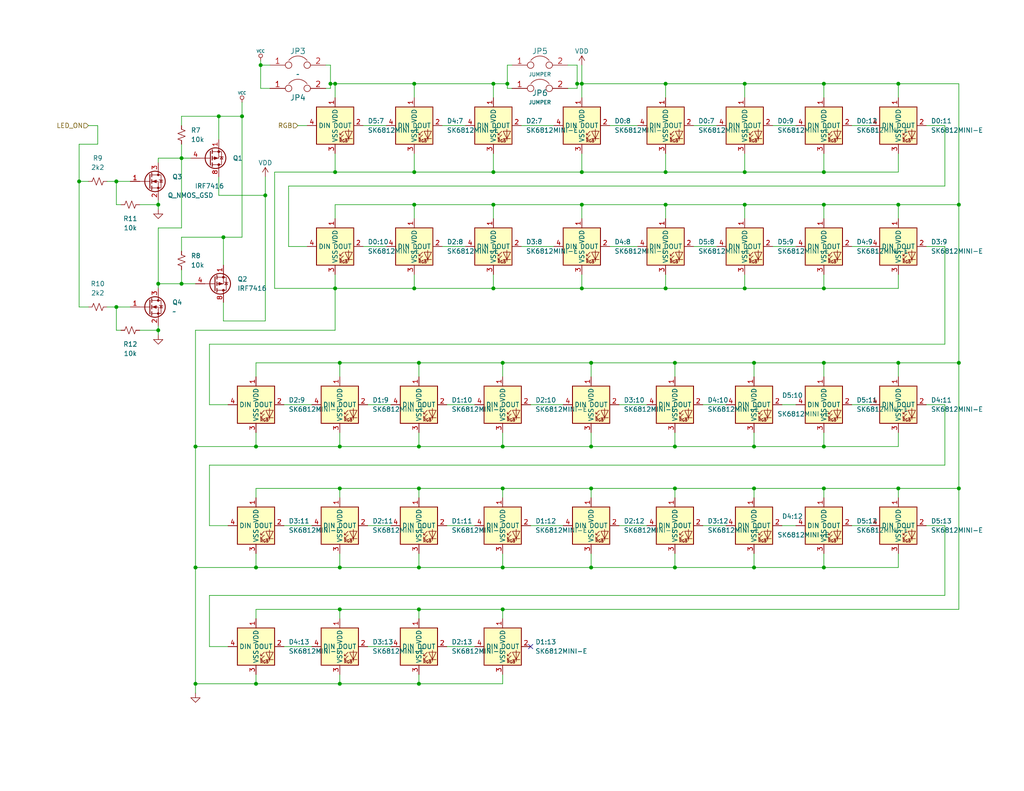
<source format=kicad_sch>
(kicad_sch (version 20210621) (generator eeschema)
  (paper "USLetter")
  (lib_symbols
    (symbol "Device:Q_NMOS_GSD" (pin_names (offset 0) hide)
      (property "Reference" "Q" (at 5.08 1.27 0))
      (property "Value" "Q_NMOS_GSD" (at 5.08 -1.27 0))
      (symbol "Q_NMOS_GSD_0_1"
        (circle (center 1.651 0) (radius 2.794) (stroke (width 0.254)))
        (circle (center 2.54 -1.778) (radius 0.254) (fill (type outline)))
        (circle (center 2.54 1.778) (radius 0.254) (fill (type outline)))
        (polyline (pts (xy 0.254 0) (xy -2.54 0)))
        (polyline (pts (xy 0.254 1.905) (xy 0.254 -1.905)) (stroke (width 0.254)))
        (polyline (pts (xy 0.762 -1.27) (xy 0.762 -2.286)) (stroke (width 0.254)))
        (polyline (pts (xy 0.762 0.508) (xy 0.762 -0.508)) (stroke (width 0.254)))
        (polyline (pts (xy 0.762 2.286) (xy 0.762 1.27)) (stroke (width 0.254)))
        (polyline (pts (xy 2.54 2.54) (xy 2.54 1.778)))
        (polyline (pts (xy 2.54 -2.54) (xy 2.54 0) (xy 0.762 0)))
        (polyline (pts (xy 0.762 -1.778) (xy 3.302 -1.778) (xy 3.302 1.778) (xy 0.762 1.778)))
        (polyline (pts (xy 2.794 0.508) (xy 2.921 0.381) (xy 3.683 0.381) (xy 3.81 0.254)))
        (polyline (pts (xy 3.302 0.381) (xy 2.921 -0.254) (xy 3.683 -0.254) (xy 3.302 0.381)))
        (polyline (pts (xy 1.016 0) (xy 2.032 0.381) (xy 2.032 -0.381) (xy 1.016 0)) (fill (type outline)))
      )
      (symbol "Q_NMOS_GSD_1_1"
        (pin input line (at -5.08 0 0) (length 2.54) (name "G") (number "1"))
        (pin passive line (at 2.54 -5.08 90) (length 2.54) (name "S") (number "2"))
        (pin passive line (at 2.54 5.08 270) (length 2.54) (name "D") (number "3"))
      )
    )
    (symbol "Device:R_Small_US" (pin_numbers hide) (pin_names (offset 0.254) hide)
      (property "Reference" "R" (at 0.762 0.508 0))
      (property "Value" "R_Small_US" (at 0.762 -1.016 0))
      (symbol "R_Small_US_1_1"
        (polyline (pts (xy 0 0) (xy 1.016 -0.381) (xy 0 -0.762) (xy -1.016 -1.143) (xy 0 -1.524)))
        (polyline (pts (xy 0 1.524) (xy 1.016 1.143) (xy 0 0.762) (xy -1.016 0.381) (xy 0 0)))
        (pin passive line (at 0 2.54 270) (length 1.016) (name "~") (number "1"))
        (pin passive line (at 0 -2.54 90) (length 1.016) (name "~") (number "2"))
      )
    )
    (symbol "ErgoDOX-rescue:GND" (power) (pin_names (offset 0))
      (symbol "GND_0_1"
        (polyline (pts (xy 0 0) (xy 0 1.27) (xy 0 1.27)))
        (polyline (pts (xy -1.27 0) (xy 0 -1.27) (xy 1.27 0) (xy -1.27 0)))
      )
      (symbol "GND_1_1"
        (pin power_in line (at 0 1.27 270) (length 0) hide (name "GND") (number "1"))
      )
    )
    (symbol "ErgoDOX-rescue:JUMPER" (pin_names (offset 0.762) hide)
      (property "Reference" "JP" (at 0 3.81 0))
      (property "Value" "JUMPER" (at 0 -2.032 0))
      (symbol "JUMPER_0_1"
        (arc (start -2.4892 1.27) (end 2.5146 1.27) (radius (at 0 -0.6604) (length 3.175) (angles 142.6 37.3)))
        (circle (center -2.54 0) (radius 0.889))
        (circle (center 2.54 0) (radius 0.889))
        (pin passive line (at -7.62 0 0) (length 4.191) (name "1") (number "1"))
        (pin passive line (at 7.62 0 180) (length 4.191) (name "2") (number "2"))
      )
    )
    (symbol "ErgoDOX-rescue:VCC" (power) (pin_names (offset 0))
      (property "Value" "VCC" (at 0 2.54 0))
      (symbol "VCC_0_0"
        (pin power_in line (at 0 0 90) (length 0) hide (name "VCC") (number "1"))
      )
      (symbol "VCC_0_1"
        (circle (center 0 1.27) (radius 0.508))
        (polyline (pts (xy 0 0) (xy 0 0.762) (xy 0 0.762)))
      )
    )
    (symbol "power:VDD" (power) (pin_names (offset 0))
      (property "Value" "VDD" (at 0 3.81 0))
      (symbol "VDD_0_1"
        (polyline (pts (xy -0.762 1.27) (xy 0 2.54)))
        (polyline (pts (xy 0 0) (xy 0 2.54)))
        (polyline (pts (xy 0 2.54) (xy 0.762 1.27)))
      )
      (symbol "VDD_1_1"
        (pin power_in line (at 0 0 90) (length 0) hide (name "VDD") (number "1"))
      )
    )
    (symbol "tnt_Transistor_FET:IRF7416" (pin_names (offset 1.016) hide)
      (property "Reference" "Q" (at 0 10.16 0))
      (property "Value" "IRF7416" (at 0 7.62 0))
      (symbol "IRF7416_1_1"
        (circle (center 1.651 0) (radius 2.8194) (stroke (width 0.254)))
        (circle (center 2.54 -1.778) (radius 0.2794) (fill (type outline)))
        (circle (center 2.54 1.778) (radius 0.2794) (fill (type outline)))
        (polyline (pts (xy -2.54 0) (xy 0.254 0)))
        (polyline (pts (xy 0.762 -1.778) (xy 2.54 -1.778)))
        (polyline (pts (xy 0.762 -1.27) (xy 0.762 -2.286)) (stroke (width 0.254)))
        (polyline (pts (xy 0.762 0) (xy 2.54 0)))
        (polyline (pts (xy 0.762 0.508) (xy 0.762 -0.508)) (stroke (width 0.254)))
        (polyline (pts (xy 0.762 1.778) (xy 2.54 1.778)))
        (polyline (pts (xy 0.762 2.286) (xy 0.762 1.27)) (stroke (width 0.254)))
        (polyline (pts (xy 2.54 -1.778) (xy 2.54 -2.54)))
        (polyline (pts (xy 2.54 -1.778) (xy 2.54 0)))
        (polyline (pts (xy 2.54 2.54) (xy 2.54 1.778)))
        (polyline (pts (xy 0.254 1.905) (xy 0.254 -1.905) (xy 0.254 -1.905)) (stroke (width 0.254)))
        (polyline (pts (xy 2.54 -1.778) (xy 3.302 -1.778) (xy 3.302 1.778) (xy 2.54 1.778)))
        (polyline (pts (xy 2.794 -0.508) (xy 2.921 -0.381) (xy 3.683 -0.381) (xy 3.81 -0.254)))
        (polyline (pts (xy 3.302 -0.381) (xy 2.921 0.254) (xy 3.683 0.254) (xy 3.302 -0.381)))
        (polyline (pts (xy 2.286 0) (xy 1.27 -0.381) (xy 1.27 0.381) (xy 2.286 0)) (fill (type outline)))
        (pin passive line (at 2.54 -5.08 90) (length 2.54) (name "S") (number "1"))
        (pin passive line (at 2.54 -5.08 90) (length 2.54) hide (name "S") (number "2"))
        (pin passive line (at 2.54 -5.08 90) (length 2.54) hide (name "S") (number "3"))
        (pin passive line (at -5.08 0 0) (length 2.54) (name "G") (number "4"))
        (pin passive line (at 2.54 5.08 270) (length 2.54) hide (name "D") (number "5"))
        (pin passive line (at 2.54 5.08 270) (length 2.54) hide (name "D") (number "6"))
        (pin passive line (at 2.54 5.08 270) (length 2.54) hide (name "D") (number "7"))
        (pin passive line (at 2.54 5.08 270) (length 2.54) (name "D") (number "8"))
      )
    )
    (symbol "tnt_diodes:SK6812MINI-E"
      (property "Reference" "D" (at 3.81 8.89 0))
      (property "Value" "SK6812MINI-E" (at 8.89 6.35 0))
      (symbol "SK6812MINI-E_0_0"
        (text "RGB" (at 2.286 -4.191 0) (effects (font (size 0.762 0.762))))
      )
      (symbol "SK6812MINI-E_0_1"
        (rectangle (start 5.08 5.08) (end -5.08 -5.08) (stroke (width 0.254)) (fill (type background)))
        (polyline (pts (xy 1.27 -3.556) (xy 1.778 -3.556)))
        (polyline (pts (xy 1.27 -2.54) (xy 1.778 -2.54)))
        (polyline (pts (xy 4.699 -3.556) (xy 2.667 -3.556)))
        (polyline (pts (xy 2.286 -2.54) (xy 1.27 -3.556) (xy 1.27 -3.048)))
        (polyline (pts (xy 2.286 -1.524) (xy 1.27 -2.54) (xy 1.27 -2.032)))
        (polyline (pts (xy 3.683 -1.016) (xy 3.683 -3.556) (xy 3.683 -4.064)))
        (polyline (pts (xy 4.699 -1.524) (xy 2.667 -1.524) (xy 3.683 -3.556) (xy 4.699 -1.524)))
      )
      (symbol "SK6812MINI-E_1_1"
        (pin power_in line (at 0 7.62 270) (length 2.54) (name "VDD") (number "1"))
        (pin output line (at 7.62 0 180) (length 2.54) (name "DOUT") (number "2"))
        (pin power_in line (at 0 -7.62 90) (length 2.54) (name "VSS") (number "3"))
        (pin input line (at -7.62 0 0) (length 2.54) (name "DIN") (number "4"))
      )
    )
  )
  (junction (at 21.59 49.53) (diameter 0.9144))
  (junction (at 31.75 49.53) (diameter 0.9144))
  (junction (at 31.75 83.82) (diameter 0.9144))
  (junction (at 43.18 55.88) (diameter 0.9144))
  (junction (at 43.18 77.47) (diameter 0.9144))
  (junction (at 43.18 90.17) (diameter 0.9144))
  (junction (at 49.53 43.18) (diameter 0.9144))
  (junction (at 49.53 77.47) (diameter 0.9144))
  (junction (at 53.34 121.92) (diameter 0.9144))
  (junction (at 53.34 154.94) (diameter 0.9144))
  (junction (at 53.34 186.69) (diameter 0.9144))
  (junction (at 59.69 31.75) (diameter 0.9144))
  (junction (at 60.96 64.77) (diameter 0.9144))
  (junction (at 66.04 31.75) (diameter 0.9144))
  (junction (at 69.85 121.92) (diameter 0.9144))
  (junction (at 69.85 154.94) (diameter 0.9144))
  (junction (at 69.85 186.69) (diameter 0.9144))
  (junction (at 71.12 17.78) (diameter 0.9144))
  (junction (at 72.39 53.34) (diameter 0.9144))
  (junction (at 90.17 22.86) (diameter 0.9144))
  (junction (at 91.44 22.86) (diameter 0.9144))
  (junction (at 91.44 46.99) (diameter 0.9144))
  (junction (at 91.44 78.74) (diameter 0.9144))
  (junction (at 92.71 99.06) (diameter 0.9144))
  (junction (at 92.71 121.92) (diameter 0.9144))
  (junction (at 92.71 133.35) (diameter 0.9144))
  (junction (at 92.71 154.94) (diameter 0.9144))
  (junction (at 92.71 166.37) (diameter 0.9144))
  (junction (at 92.71 186.69) (diameter 0.9144))
  (junction (at 113.03 22.86) (diameter 0.9144))
  (junction (at 113.03 46.99) (diameter 0.9144))
  (junction (at 113.03 55.88) (diameter 0.9144))
  (junction (at 113.03 78.74) (diameter 0.9144))
  (junction (at 114.3 99.06) (diameter 0.9144))
  (junction (at 114.3 121.92) (diameter 0.9144))
  (junction (at 114.3 133.35) (diameter 0.9144))
  (junction (at 114.3 154.94) (diameter 0.9144))
  (junction (at 114.3 166.37) (diameter 0.9144))
  (junction (at 114.3 186.69) (diameter 0.9144))
  (junction (at 134.62 22.86) (diameter 0.9144))
  (junction (at 134.62 46.99) (diameter 0.9144))
  (junction (at 134.62 55.88) (diameter 0.9144))
  (junction (at 134.62 78.74) (diameter 0.9144))
  (junction (at 137.16 99.06) (diameter 0.9144))
  (junction (at 137.16 121.92) (diameter 0.9144))
  (junction (at 137.16 133.35) (diameter 0.9144))
  (junction (at 137.16 154.94) (diameter 0.9144))
  (junction (at 137.16 166.37) (diameter 0.9144))
  (junction (at 138.43 22.86) (diameter 0.9144))
  (junction (at 157.48 22.86) (diameter 0.9144))
  (junction (at 158.75 22.86) (diameter 0.9144))
  (junction (at 158.75 46.99) (diameter 0.9144))
  (junction (at 158.75 55.88) (diameter 0.9144))
  (junction (at 158.75 78.74) (diameter 0.9144))
  (junction (at 161.29 99.06) (diameter 0.9144))
  (junction (at 161.29 121.92) (diameter 0.9144))
  (junction (at 161.29 133.35) (diameter 0.9144))
  (junction (at 161.29 154.94) (diameter 0.9144))
  (junction (at 181.61 22.86) (diameter 0.9144))
  (junction (at 181.61 46.99) (diameter 0.9144))
  (junction (at 181.61 55.88) (diameter 0.9144))
  (junction (at 181.61 78.74) (diameter 0.9144))
  (junction (at 184.15 99.06) (diameter 0.9144))
  (junction (at 184.15 121.92) (diameter 0.9144))
  (junction (at 184.15 133.35) (diameter 0.9144))
  (junction (at 184.15 154.94) (diameter 0.9144))
  (junction (at 203.2 22.86) (diameter 0.9144))
  (junction (at 203.2 46.99) (diameter 0.9144))
  (junction (at 203.2 55.88) (diameter 0.9144))
  (junction (at 203.2 78.74) (diameter 0.9144))
  (junction (at 205.74 99.06) (diameter 0.9144))
  (junction (at 205.74 121.92) (diameter 0.9144))
  (junction (at 205.74 133.35) (diameter 0.9144))
  (junction (at 205.74 154.94) (diameter 0.9144))
  (junction (at 224.79 22.86) (diameter 0.9144))
  (junction (at 224.79 46.99) (diameter 0.9144))
  (junction (at 224.79 55.88) (diameter 0.9144))
  (junction (at 224.79 78.74) (diameter 0.9144))
  (junction (at 224.79 99.06) (diameter 0.9144))
  (junction (at 224.79 121.92) (diameter 0.9144))
  (junction (at 224.79 133.35) (diameter 0.9144))
  (junction (at 224.79 154.94) (diameter 0.9144))
  (junction (at 245.11 22.86) (diameter 0.9144))
  (junction (at 245.11 55.88) (diameter 0.9144))
  (junction (at 245.11 99.06) (diameter 0.9144))
  (junction (at 245.11 133.35) (diameter 0.9144))
  (junction (at 261.62 55.88) (diameter 0.9144))
  (junction (at 261.62 99.06) (diameter 0.9144))
  (junction (at 261.62 133.35) (diameter 0.9144))
  (no_connect (at 144.78 176.53))
  (wire (pts (xy 21.59 39.37) (xy 21.59 49.53)))
  (wire (pts (xy 21.59 49.53) (xy 24.13 49.53)))
  (wire (pts (xy 21.59 83.82) (xy 21.59 49.53)))
  (wire (pts (xy 24.13 34.29) (xy 26.67 34.29)))
  (wire (pts (xy 24.13 83.82) (xy 21.59 83.82)))
  (wire (pts (xy 26.67 34.29) (xy 26.67 39.37)))
  (wire (pts (xy 26.67 39.37) (xy 21.59 39.37)))
  (wire (pts (xy 29.21 49.53) (xy 31.75 49.53)))
  (wire (pts (xy 29.21 83.82) (xy 31.75 83.82)))
  (wire (pts (xy 31.75 49.53) (xy 31.75 55.88)))
  (wire (pts (xy 31.75 49.53) (xy 35.56 49.53)))
  (wire (pts (xy 31.75 83.82) (xy 31.75 90.17)))
  (wire (pts (xy 31.75 83.82) (xy 35.56 83.82)))
  (wire (pts (xy 33.02 55.88) (xy 31.75 55.88)))
  (wire (pts (xy 33.02 90.17) (xy 31.75 90.17)))
  (wire (pts (xy 38.1 55.88) (xy 43.18 55.88)))
  (wire (pts (xy 38.1 90.17) (xy 43.18 90.17)))
  (wire (pts (xy 43.18 43.18) (xy 49.53 43.18)))
  (wire (pts (xy 43.18 44.45) (xy 43.18 43.18)))
  (wire (pts (xy 43.18 54.61) (xy 43.18 55.88)))
  (wire (pts (xy 43.18 55.88) (xy 43.18 57.15)))
  (wire (pts (xy 43.18 62.23) (xy 49.53 62.23)))
  (wire (pts (xy 43.18 77.47) (xy 43.18 62.23)))
  (wire (pts (xy 43.18 77.47) (xy 49.53 77.47)))
  (wire (pts (xy 43.18 78.74) (xy 43.18 77.47)))
  (wire (pts (xy 43.18 88.9) (xy 43.18 90.17)))
  (wire (pts (xy 43.18 90.17) (xy 43.18 91.44)))
  (wire (pts (xy 49.53 31.75) (xy 59.69 31.75)))
  (wire (pts (xy 49.53 34.29) (xy 49.53 31.75)))
  (wire (pts (xy 49.53 43.18) (xy 49.53 39.37)))
  (wire (pts (xy 49.53 62.23) (xy 49.53 43.18)))
  (wire (pts (xy 49.53 64.77) (xy 49.53 68.58)))
  (wire (pts (xy 49.53 77.47) (xy 49.53 73.66)))
  (wire (pts (xy 52.07 43.18) (xy 49.53 43.18)))
  (wire (pts (xy 53.34 77.47) (xy 49.53 77.47)))
  (wire (pts (xy 53.34 90.17) (xy 91.44 90.17)))
  (wire (pts (xy 53.34 121.92) (xy 53.34 90.17)))
  (wire (pts (xy 53.34 121.92) (xy 69.85 121.92)))
  (wire (pts (xy 53.34 154.94) (xy 53.34 121.92)))
  (wire (pts (xy 53.34 154.94) (xy 69.85 154.94)))
  (wire (pts (xy 53.34 186.69) (xy 53.34 154.94)))
  (wire (pts (xy 53.34 186.69) (xy 69.85 186.69)))
  (wire (pts (xy 53.34 189.23) (xy 53.34 186.69)))
  (wire (pts (xy 57.15 93.98) (xy 57.15 110.49)))
  (wire (pts (xy 57.15 110.49) (xy 62.23 110.49)))
  (wire (pts (xy 57.15 127) (xy 57.15 143.51)))
  (wire (pts (xy 57.15 143.51) (xy 62.23 143.51)))
  (wire (pts (xy 57.15 162.56) (xy 57.15 176.53)))
  (wire (pts (xy 57.15 176.53) (xy 62.23 176.53)))
  (wire (pts (xy 59.69 31.75) (xy 59.69 38.1)))
  (wire (pts (xy 59.69 31.75) (xy 66.04 31.75)))
  (wire (pts (xy 59.69 48.26) (xy 59.69 53.34)))
  (wire (pts (xy 59.69 53.34) (xy 72.39 53.34)))
  (wire (pts (xy 60.96 64.77) (xy 49.53 64.77)))
  (wire (pts (xy 60.96 64.77) (xy 60.96 72.39)))
  (wire (pts (xy 60.96 82.55) (xy 60.96 87.63)))
  (wire (pts (xy 60.96 87.63) (xy 72.39 87.63)))
  (wire (pts (xy 66.04 27.94) (xy 66.04 31.75)))
  (wire (pts (xy 66.04 31.75) (xy 66.04 64.77)))
  (wire (pts (xy 66.04 64.77) (xy 60.96 64.77)))
  (wire (pts (xy 69.85 99.06) (xy 92.71 99.06)))
  (wire (pts (xy 69.85 102.87) (xy 69.85 99.06)))
  (wire (pts (xy 69.85 118.11) (xy 69.85 121.92)))
  (wire (pts (xy 69.85 121.92) (xy 92.71 121.92)))
  (wire (pts (xy 69.85 133.35) (xy 69.85 135.89)))
  (wire (pts (xy 69.85 133.35) (xy 92.71 133.35)))
  (wire (pts (xy 69.85 154.94) (xy 69.85 151.13)))
  (wire (pts (xy 69.85 154.94) (xy 92.71 154.94)))
  (wire (pts (xy 69.85 166.37) (xy 69.85 168.91)))
  (wire (pts (xy 69.85 166.37) (xy 92.71 166.37)))
  (wire (pts (xy 69.85 184.15) (xy 69.85 186.69)))
  (wire (pts (xy 69.85 186.69) (xy 92.71 186.69)))
  (wire (pts (xy 71.12 16.51) (xy 71.12 17.78)))
  (wire (pts (xy 71.12 17.78) (xy 71.12 24.13)))
  (wire (pts (xy 71.12 17.78) (xy 73.66 17.78)))
  (wire (pts (xy 72.39 53.34) (xy 72.39 48.26)))
  (wire (pts (xy 72.39 87.63) (xy 72.39 53.34)))
  (wire (pts (xy 73.66 24.13) (xy 71.12 24.13)))
  (wire (pts (xy 74.93 46.99) (xy 91.44 46.99)))
  (wire (pts (xy 74.93 78.74) (xy 74.93 46.99)))
  (wire (pts (xy 77.47 110.49) (xy 85.09 110.49)))
  (wire (pts (xy 77.47 143.51) (xy 85.09 143.51)))
  (wire (pts (xy 77.47 176.53) (xy 85.09 176.53)))
  (wire (pts (xy 78.74 50.8) (xy 78.74 67.31)))
  (wire (pts (xy 78.74 67.31) (xy 83.82 67.31)))
  (wire (pts (xy 81.28 34.29) (xy 83.82 34.29)))
  (wire (pts (xy 88.9 17.78) (xy 90.17 17.78)))
  (wire (pts (xy 88.9 24.13) (xy 90.17 24.13)))
  (wire (pts (xy 90.17 22.86) (xy 90.17 17.78)))
  (wire (pts (xy 90.17 22.86) (xy 91.44 22.86)))
  (wire (pts (xy 90.17 24.13) (xy 90.17 22.86)))
  (wire (pts (xy 91.44 22.86) (xy 91.44 26.67)))
  (wire (pts (xy 91.44 41.91) (xy 91.44 46.99)))
  (wire (pts (xy 91.44 46.99) (xy 113.03 46.99)))
  (wire (pts (xy 91.44 55.88) (xy 113.03 55.88)))
  (wire (pts (xy 91.44 59.69) (xy 91.44 55.88)))
  (wire (pts (xy 91.44 78.74) (xy 74.93 78.74)))
  (wire (pts (xy 91.44 78.74) (xy 91.44 74.93)))
  (wire (pts (xy 91.44 90.17) (xy 91.44 78.74)))
  (wire (pts (xy 92.71 99.06) (xy 92.71 102.87)))
  (wire (pts (xy 92.71 99.06) (xy 114.3 99.06)))
  (wire (pts (xy 92.71 118.11) (xy 92.71 121.92)))
  (wire (pts (xy 92.71 121.92) (xy 114.3 121.92)))
  (wire (pts (xy 92.71 133.35) (xy 92.71 135.89)))
  (wire (pts (xy 92.71 133.35) (xy 114.3 133.35)))
  (wire (pts (xy 92.71 151.13) (xy 92.71 154.94)))
  (wire (pts (xy 92.71 154.94) (xy 114.3 154.94)))
  (wire (pts (xy 92.71 166.37) (xy 92.71 168.91)))
  (wire (pts (xy 92.71 184.15) (xy 92.71 186.69)))
  (wire (pts (xy 92.71 186.69) (xy 114.3 186.69)))
  (wire (pts (xy 99.06 34.29) (xy 105.41 34.29)))
  (wire (pts (xy 99.06 67.31) (xy 105.41 67.31)))
  (wire (pts (xy 100.33 110.49) (xy 106.68 110.49)))
  (wire (pts (xy 100.33 143.51) (xy 106.68 143.51)))
  (wire (pts (xy 100.33 176.53) (xy 106.68 176.53)))
  (wire (pts (xy 113.03 22.86) (xy 91.44 22.86)))
  (wire (pts (xy 113.03 22.86) (xy 113.03 26.67)))
  (wire (pts (xy 113.03 41.91) (xy 113.03 46.99)))
  (wire (pts (xy 113.03 46.99) (xy 134.62 46.99)))
  (wire (pts (xy 113.03 55.88) (xy 113.03 59.69)))
  (wire (pts (xy 113.03 55.88) (xy 134.62 55.88)))
  (wire (pts (xy 113.03 74.93) (xy 113.03 78.74)))
  (wire (pts (xy 113.03 78.74) (xy 91.44 78.74)))
  (wire (pts (xy 113.03 78.74) (xy 134.62 78.74)))
  (wire (pts (xy 114.3 99.06) (xy 114.3 102.87)))
  (wire (pts (xy 114.3 99.06) (xy 137.16 99.06)))
  (wire (pts (xy 114.3 118.11) (xy 114.3 121.92)))
  (wire (pts (xy 114.3 121.92) (xy 137.16 121.92)))
  (wire (pts (xy 114.3 133.35) (xy 114.3 135.89)))
  (wire (pts (xy 114.3 133.35) (xy 137.16 133.35)))
  (wire (pts (xy 114.3 151.13) (xy 114.3 154.94)))
  (wire (pts (xy 114.3 154.94) (xy 137.16 154.94)))
  (wire (pts (xy 114.3 166.37) (xy 92.71 166.37)))
  (wire (pts (xy 114.3 166.37) (xy 114.3 168.91)))
  (wire (pts (xy 114.3 184.15) (xy 114.3 186.69)))
  (wire (pts (xy 114.3 186.69) (xy 137.16 186.69)))
  (wire (pts (xy 120.65 34.29) (xy 127 34.29)))
  (wire (pts (xy 120.65 67.31) (xy 127 67.31)))
  (wire (pts (xy 121.92 110.49) (xy 129.54 110.49)))
  (wire (pts (xy 121.92 143.51) (xy 129.54 143.51)))
  (wire (pts (xy 121.92 176.53) (xy 129.54 176.53)))
  (wire (pts (xy 134.62 22.86) (xy 113.03 22.86)))
  (wire (pts (xy 134.62 22.86) (xy 138.43 22.86)))
  (wire (pts (xy 134.62 26.67) (xy 134.62 22.86)))
  (wire (pts (xy 134.62 41.91) (xy 134.62 46.99)))
  (wire (pts (xy 134.62 46.99) (xy 158.75 46.99)))
  (wire (pts (xy 134.62 55.88) (xy 134.62 59.69)))
  (wire (pts (xy 134.62 55.88) (xy 158.75 55.88)))
  (wire (pts (xy 134.62 78.74) (xy 134.62 74.93)))
  (wire (pts (xy 134.62 78.74) (xy 158.75 78.74)))
  (wire (pts (xy 137.16 99.06) (xy 137.16 102.87)))
  (wire (pts (xy 137.16 99.06) (xy 161.29 99.06)))
  (wire (pts (xy 137.16 118.11) (xy 137.16 121.92)))
  (wire (pts (xy 137.16 121.92) (xy 161.29 121.92)))
  (wire (pts (xy 137.16 133.35) (xy 137.16 135.89)))
  (wire (pts (xy 137.16 133.35) (xy 161.29 133.35)))
  (wire (pts (xy 137.16 151.13) (xy 137.16 154.94)))
  (wire (pts (xy 137.16 154.94) (xy 161.29 154.94)))
  (wire (pts (xy 137.16 166.37) (xy 114.3 166.37)))
  (wire (pts (xy 137.16 166.37) (xy 261.62 166.37)))
  (wire (pts (xy 137.16 168.91) (xy 137.16 166.37)))
  (wire (pts (xy 137.16 186.69) (xy 137.16 184.15)))
  (wire (pts (xy 138.43 17.78) (xy 139.7 17.78)))
  (wire (pts (xy 138.43 22.86) (xy 138.43 17.78)))
  (wire (pts (xy 138.43 24.13) (xy 138.43 22.86)))
  (wire (pts (xy 138.43 24.13) (xy 139.7 24.13)))
  (wire (pts (xy 142.24 34.29) (xy 151.13 34.29)))
  (wire (pts (xy 142.24 67.31) (xy 151.13 67.31)))
  (wire (pts (xy 144.78 110.49) (xy 153.67 110.49)))
  (wire (pts (xy 144.78 143.51) (xy 153.67 143.51)))
  (wire (pts (xy 154.94 24.13) (xy 157.48 24.13)))
  (wire (pts (xy 157.48 17.78) (xy 154.94 17.78)))
  (wire (pts (xy 157.48 22.86) (xy 157.48 17.78)))
  (wire (pts (xy 157.48 22.86) (xy 158.75 22.86)))
  (wire (pts (xy 157.48 24.13) (xy 157.48 22.86)))
  (wire (pts (xy 158.75 17.78) (xy 158.75 22.86)))
  (wire (pts (xy 158.75 22.86) (xy 181.61 22.86)))
  (wire (pts (xy 158.75 26.67) (xy 158.75 22.86)))
  (wire (pts (xy 158.75 41.91) (xy 158.75 46.99)))
  (wire (pts (xy 158.75 46.99) (xy 181.61 46.99)))
  (wire (pts (xy 158.75 55.88) (xy 158.75 59.69)))
  (wire (pts (xy 158.75 55.88) (xy 181.61 55.88)))
  (wire (pts (xy 158.75 78.74) (xy 158.75 74.93)))
  (wire (pts (xy 158.75 78.74) (xy 181.61 78.74)))
  (wire (pts (xy 161.29 99.06) (xy 161.29 102.87)))
  (wire (pts (xy 161.29 99.06) (xy 184.15 99.06)))
  (wire (pts (xy 161.29 118.11) (xy 161.29 121.92)))
  (wire (pts (xy 161.29 121.92) (xy 184.15 121.92)))
  (wire (pts (xy 161.29 133.35) (xy 184.15 133.35)))
  (wire (pts (xy 161.29 135.89) (xy 161.29 133.35)))
  (wire (pts (xy 161.29 151.13) (xy 161.29 154.94)))
  (wire (pts (xy 161.29 154.94) (xy 184.15 154.94)))
  (wire (pts (xy 166.37 34.29) (xy 173.99 34.29)))
  (wire (pts (xy 166.37 67.31) (xy 173.99 67.31)))
  (wire (pts (xy 168.91 110.49) (xy 176.53 110.49)))
  (wire (pts (xy 168.91 143.51) (xy 176.53 143.51)))
  (wire (pts (xy 181.61 22.86) (xy 181.61 26.67)))
  (wire (pts (xy 181.61 22.86) (xy 203.2 22.86)))
  (wire (pts (xy 181.61 41.91) (xy 181.61 46.99)))
  (wire (pts (xy 181.61 46.99) (xy 203.2 46.99)))
  (wire (pts (xy 181.61 55.88) (xy 181.61 59.69)))
  (wire (pts (xy 181.61 55.88) (xy 203.2 55.88)))
  (wire (pts (xy 181.61 74.93) (xy 181.61 78.74)))
  (wire (pts (xy 181.61 78.74) (xy 203.2 78.74)))
  (wire (pts (xy 184.15 99.06) (xy 184.15 102.87)))
  (wire (pts (xy 184.15 99.06) (xy 205.74 99.06)))
  (wire (pts (xy 184.15 118.11) (xy 184.15 121.92)))
  (wire (pts (xy 184.15 121.92) (xy 205.74 121.92)))
  (wire (pts (xy 184.15 133.35) (xy 184.15 135.89)))
  (wire (pts (xy 184.15 133.35) (xy 205.74 133.35)))
  (wire (pts (xy 184.15 151.13) (xy 184.15 154.94)))
  (wire (pts (xy 184.15 154.94) (xy 205.74 154.94)))
  (wire (pts (xy 189.23 34.29) (xy 195.58 34.29)))
  (wire (pts (xy 189.23 67.31) (xy 195.58 67.31)))
  (wire (pts (xy 191.77 110.49) (xy 198.12 110.49)))
  (wire (pts (xy 191.77 143.51) (xy 198.12 143.51)))
  (wire (pts (xy 203.2 22.86) (xy 203.2 26.67)))
  (wire (pts (xy 203.2 22.86) (xy 224.79 22.86)))
  (wire (pts (xy 203.2 41.91) (xy 203.2 46.99)))
  (wire (pts (xy 203.2 46.99) (xy 224.79 46.99)))
  (wire (pts (xy 203.2 55.88) (xy 203.2 59.69)))
  (wire (pts (xy 203.2 55.88) (xy 224.79 55.88)))
  (wire (pts (xy 203.2 74.93) (xy 203.2 78.74)))
  (wire (pts (xy 203.2 78.74) (xy 224.79 78.74)))
  (wire (pts (xy 205.74 99.06) (xy 205.74 102.87)))
  (wire (pts (xy 205.74 99.06) (xy 224.79 99.06)))
  (wire (pts (xy 205.74 118.11) (xy 205.74 121.92)))
  (wire (pts (xy 205.74 121.92) (xy 224.79 121.92)))
  (wire (pts (xy 205.74 133.35) (xy 205.74 135.89)))
  (wire (pts (xy 205.74 133.35) (xy 224.79 133.35)))
  (wire (pts (xy 205.74 151.13) (xy 205.74 154.94)))
  (wire (pts (xy 205.74 154.94) (xy 224.79 154.94)))
  (wire (pts (xy 210.82 34.29) (xy 217.17 34.29)))
  (wire (pts (xy 210.82 67.31) (xy 217.17 67.31)))
  (wire (pts (xy 213.36 110.49) (xy 217.17 110.49)))
  (wire (pts (xy 213.36 143.51) (xy 217.17 143.51)))
  (wire (pts (xy 224.79 22.86) (xy 224.79 26.67)))
  (wire (pts (xy 224.79 22.86) (xy 245.11 22.86)))
  (wire (pts (xy 224.79 41.91) (xy 224.79 46.99)))
  (wire (pts (xy 224.79 46.99) (xy 245.11 46.99)))
  (wire (pts (xy 224.79 55.88) (xy 224.79 59.69)))
  (wire (pts (xy 224.79 55.88) (xy 245.11 55.88)))
  (wire (pts (xy 224.79 74.93) (xy 224.79 78.74)))
  (wire (pts (xy 224.79 78.74) (xy 245.11 78.74)))
  (wire (pts (xy 224.79 99.06) (xy 224.79 102.87)))
  (wire (pts (xy 224.79 99.06) (xy 245.11 99.06)))
  (wire (pts (xy 224.79 118.11) (xy 224.79 121.92)))
  (wire (pts (xy 224.79 121.92) (xy 245.11 121.92)))
  (wire (pts (xy 224.79 133.35) (xy 224.79 135.89)))
  (wire (pts (xy 224.79 133.35) (xy 245.11 133.35)))
  (wire (pts (xy 224.79 151.13) (xy 224.79 154.94)))
  (wire (pts (xy 224.79 154.94) (xy 245.11 154.94)))
  (wire (pts (xy 232.41 34.29) (xy 237.49 34.29)))
  (wire (pts (xy 232.41 67.31) (xy 237.49 67.31)))
  (wire (pts (xy 232.41 110.49) (xy 237.49 110.49)))
  (wire (pts (xy 232.41 143.51) (xy 237.49 143.51)))
  (wire (pts (xy 245.11 22.86) (xy 245.11 26.67)))
  (wire (pts (xy 245.11 22.86) (xy 261.62 22.86)))
  (wire (pts (xy 245.11 46.99) (xy 245.11 41.91)))
  (wire (pts (xy 245.11 55.88) (xy 245.11 59.69)))
  (wire (pts (xy 245.11 55.88) (xy 261.62 55.88)))
  (wire (pts (xy 245.11 78.74) (xy 245.11 74.93)))
  (wire (pts (xy 245.11 99.06) (xy 245.11 102.87)))
  (wire (pts (xy 245.11 99.06) (xy 261.62 99.06)))
  (wire (pts (xy 245.11 121.92) (xy 245.11 118.11)))
  (wire (pts (xy 245.11 133.35) (xy 245.11 135.89)))
  (wire (pts (xy 245.11 133.35) (xy 261.62 133.35)))
  (wire (pts (xy 245.11 154.94) (xy 245.11 151.13)))
  (wire (pts (xy 252.73 34.29) (xy 257.81 34.29)))
  (wire (pts (xy 252.73 67.31) (xy 257.81 67.31)))
  (wire (pts (xy 252.73 110.49) (xy 257.81 110.49)))
  (wire (pts (xy 252.73 143.51) (xy 257.81 143.51)))
  (wire (pts (xy 257.81 34.29) (xy 257.81 50.8)))
  (wire (pts (xy 257.81 50.8) (xy 78.74 50.8)))
  (wire (pts (xy 257.81 67.31) (xy 257.81 93.98)))
  (wire (pts (xy 257.81 93.98) (xy 57.15 93.98)))
  (wire (pts (xy 257.81 110.49) (xy 257.81 127)))
  (wire (pts (xy 257.81 127) (xy 57.15 127)))
  (wire (pts (xy 257.81 143.51) (xy 257.81 162.56)))
  (wire (pts (xy 257.81 162.56) (xy 57.15 162.56)))
  (wire (pts (xy 261.62 22.86) (xy 261.62 55.88)))
  (wire (pts (xy 261.62 55.88) (xy 261.62 99.06)))
  (wire (pts (xy 261.62 99.06) (xy 261.62 133.35)))
  (wire (pts (xy 261.62 133.35) (xy 261.62 166.37)))
  (hierarchical_label "LED_ON" (shape input) (at 24.13 34.29 180))
  (hierarchical_label "RGB" (shape input) (at 81.28 34.29 180))
  (symbol (lib_id "ErgoDOX-rescue:VCC") (at 66.04 27.94 0) (unit 1)
    (property "Reference" "#PWR0106" (effects hide))
    (property "Value" "VCC" (at 66.04 25.4 0) (effects (font (size 0.762 0.762))))
  )
  (symbol (lib_id "ErgoDOX-rescue:VCC") (at 71.12 16.51 0) (unit 1)
    (property "Reference" "#PWR0105" (effects hide))
    (property "Value" "VCC" (at 71.12 13.97 0) (effects (font (size 0.762 0.762))))
  )
  (symbol (lib_id "power:VDD") (at 72.39 48.26 0) (unit 1)
    (property "Reference" "#PWR0104" (effects hide))
    (property "Value" "VDD" (at 72.39 44.45 0))
  )
  (symbol (lib_id "power:VDD") (at 158.75 17.78 0) (unit 1)
    (property "Reference" "#PWR0103" (effects hide))
    (property "Value" "VDD" (at 158.75 13.97 0))
  )
  (symbol (lib_id "ErgoDOX-rescue:GND") (at 43.18 58.42 0) (unit 1)
    (property "Reference" "#PWR0109" (effects hide))
    (property "Value" "GND" (effects hide))
  )
  (symbol (lib_id "ErgoDOX-rescue:GND") (at 43.18 92.71 0) (unit 1)
    (property "Reference" "#PWR0108" (effects hide))
    (property "Value" "GND" (effects hide))
  )
  (symbol (lib_id "ErgoDOX-rescue:GND") (at 53.34 190.5 0) (unit 1)
    (property "Reference" "#PWR0107" (effects hide))
    (property "Value" "GND" (effects hide))
  )
  (symbol (lib_id "Device:R_Small_US") (at 26.67 49.53 270) (unit 1)
    (property "Reference" "R9" (at 26.67 43.18 90))
    (property "Value" "2k2" (at 26.67 45.72 90))
    (property "Footprint" "Resistor_SMD:R_0603_1608Metric" (effects hide))
  )
  (symbol (lib_id "Device:R_Small_US") (at 26.67 83.82 270) (unit 1)
    (property "Reference" "R10" (at 26.67 77.47 90))
    (property "Value" "2k2" (at 26.67 80.01 90))
    (property "Footprint" "Resistor_SMD:R_0603_1608Metric" (effects hide))
  )
  (symbol (lib_id "Device:R_Small_US") (at 35.56 55.88 270) (unit 1)
    (property "Reference" "R11" (at 35.56 59.69 90))
    (property "Value" "10k" (at 35.56 62.23 90))
    (property "Footprint" "Resistor_SMD:R_0603_1608Metric" (effects hide))
  )
  (symbol (lib_id "Device:R_Small_US") (at 35.56 90.17 270) (unit 1)
    (property "Reference" "R12" (at 35.56 93.98 90))
    (property "Value" "10k" (at 35.56 96.52 90))
    (property "Footprint" "Resistor_SMD:R_0603_1608Metric" (effects hide))
  )
  (symbol (lib_id "Device:R_Small_US") (at 49.53 36.83 180) (unit 1)
    (property "Reference" "R7" (at 52.07 35.5599 0) (effects (justify right)))
    (property "Value" "10k" (at 52.07 38.0999 0) (effects (justify right)))
    (property "Footprint" "Resistor_SMD:R_0603_1608Metric" (effects hide))
  )
  (symbol (lib_id "Device:R_Small_US") (at 49.53 71.12 180) (unit 1)
    (property "Reference" "R8" (at 52.07 69.8499 0) (effects (justify right)))
    (property "Value" "10k" (at 52.07 72.3899 0) (effects (justify right)))
    (property "Footprint" "Resistor_SMD:R_0603_1608Metric" (effects hide))
  )
  (symbol (lib_id "ErgoDOX-rescue:JUMPER") (at 81.28 17.78 0) (unit 1)
    (property "Reference" "JP3" (at 81.28 13.97 0) (effects (font (size 1.524 1.524))))
    (property "Value" "~" (at 81.28 13.97 0) (effects (font (size 1.016 1.016))))
    (property "Footprint" "Jumper:SolderJumper-2_P1.3mm_Open_TrianglePad1.0x1.5mm" (effects hide))
  )
  (symbol (lib_id "ErgoDOX-rescue:JUMPER") (at 81.28 24.13 0) (unit 1)
    (property "Reference" "JP4" (at 81.28 26.67 0) (effects (font (size 1.524 1.524))))
    (property "Value" "~" (at 81.28 20.32 0) (effects (font (size 1.016 1.016))))
    (property "Footprint" "Jumper:SolderJumper-2_P1.3mm_Open_TrianglePad1.0x1.5mm" (effects hide))
  )
  (symbol (lib_id "ErgoDOX-rescue:JUMPER") (at 147.32 17.78 0) (unit 1)
    (property "Reference" "JP5" (at 147.32 13.97 0) (effects (font (size 1.524 1.524))))
    (property "Value" "JUMPER" (at 147.32 20.32 0) (effects (font (size 1.016 1.016))))
    (property "Footprint" "Jumper:SolderJumper-2_P1.3mm_Open_TrianglePad1.0x1.5mm" (effects hide))
  )
  (symbol (lib_id "ErgoDOX-rescue:JUMPER") (at 147.32 24.13 0) (unit 1)
    (property "Reference" "JP6" (at 147.32 25.4 0) (effects (font (size 1.524 1.524))))
    (property "Value" "JUMPER" (at 147.32 27.94 0) (effects (font (size 1.016 1.016))))
    (property "Footprint" "Jumper:SolderJumper-2_P1.3mm_Open_TrianglePad1.0x1.5mm" (effects hide))
  )
  (symbol (lib_id "Device:Q_NMOS_GSD") (at 40.64 49.53 0) (unit 1)
    (property "Reference" "Q3" (at 46.99 48.2599 0) (effects (justify left)))
    (property "Value" "Q_NMOS_GSD" (at 45.72 53.3399 0) (effects (justify left)))
    (property "Footprint" "Package_TO_SOT_SMD:SOT-23" (effects hide))
  )
  (symbol (lib_id "Device:Q_NMOS_GSD") (at 40.64 83.82 0) (unit 1)
    (property "Reference" "Q4" (at 46.99 82.5499 0) (effects (justify left)))
    (property "Value" "~" (at 46.99 85.0899 0) (effects (justify left)))
    (property "Footprint" "Package_TO_SOT_SMD:SOT-23" (effects hide))
  )
  (symbol (lib_id "tnt_Transistor_FET:IRF7416") (at 57.15 43.18 0) (mirror x) (unit 1)
    (property "Reference" "Q1" (at 63.5 43.1799 0) (effects (justify left)))
    (property "Value" "IRF7416" (at 57.15 50.8 0))
    (property "Footprint" "Package_SO:SOIC-8_3.9x4.9mm_P1.27mm" (effects hide))
  )
  (symbol (lib_id "tnt_Transistor_FET:IRF7416") (at 58.42 77.47 0) (mirror x) (unit 1)
    (property "Reference" "Q2" (at 64.77 76.1999 0) (effects (justify left)))
    (property "Value" "IRF7416" (at 64.77 78.7399 0) (effects (justify left)))
    (property "Footprint" "Package_SO:SOIC-8_3.9x4.9mm_P1.27mm" (effects hide))
  )
  (symbol (lib_id "tnt_diodes:SK6812MINI-E") (at 69.85 110.49 0) (unit 1)
    (property "Reference" "D2:9" (at 78.74 109.2199 0) (effects (justify left)))
    (property "Value" "SK6812MINI-E" (at 78.74 111.7599 0) (effects (justify left)))
    (property "Footprint" "tt-diodes:SK6812MINI-E_3.2x2.8_double_reversed" (effects hide))
  )
  (symbol (lib_id "tnt_diodes:SK6812MINI-E") (at 69.85 143.51 0) (unit 1)
    (property "Reference" "D3:11" (at 78.74 142.2399 0) (effects (justify left)))
    (property "Value" "SK6812MINI-E" (at 78.74 144.7799 0) (effects (justify left)))
    (property "Footprint" "tt-diodes:SK6812MINI-E_3.2x2.8_double_reversed" (effects hide))
  )
  (symbol (lib_id "tnt_diodes:SK6812MINI-E") (at 69.85 176.53 0) (unit 1)
    (property "Reference" "D4:13" (at 78.74 175.2599 0) (effects (justify left)))
    (property "Value" "SK6812MINI-E" (at 78.74 177.7999 0) (effects (justify left)))
    (property "Footprint" "tt-diodes:SK6812MINI-E_3.2x2.8_double_reversed" (effects hide))
  )
  (symbol (lib_id "tnt_diodes:SK6812MINI-E") (at 91.44 34.29 0) (unit 1)
    (property "Reference" "D5:7" (at 100.33 33.0199 0) (effects (justify left)))
    (property "Value" "SK6812MINI-E" (at 100.33 35.5599 0) (effects (justify left)))
    (property "Footprint" "tt-diodes:SK6812MINI-E_3.2x2.8_double_reversed" (effects hide))
  )
  (symbol (lib_id "tnt_diodes:SK6812MINI-E") (at 91.44 67.31 0) (unit 1)
    (property "Reference" "D0:10" (at 100.33 66.0399 0) (effects (justify left)))
    (property "Value" "SK6812MINI-E" (at 100.33 68.5799 0) (effects (justify left)))
    (property "Footprint" "tt-diodes:SK6812MINI-E_3.2x2.8_double_reversed" (effects hide))
  )
  (symbol (lib_id "tnt_diodes:SK6812MINI-E") (at 92.71 110.49 0) (unit 1)
    (property "Reference" "D1:9" (at 101.6 109.2199 0) (effects (justify left)))
    (property "Value" "SK6812MINI-E" (at 101.6 111.7599 0) (effects (justify left)))
    (property "Footprint" "tt-diodes:SK6812MINI-E_3.2x2.8_double_reversed" (effects hide))
  )
  (symbol (lib_id "tnt_diodes:SK6812MINI-E") (at 92.71 143.51 0) (unit 1)
    (property "Reference" "D2:11" (at 101.6 142.2399 0) (effects (justify left)))
    (property "Value" "SK6812MINI-E" (at 101.6 144.7799 0) (effects (justify left)))
    (property "Footprint" "tt-diodes:SK6812MINI-E_3.2x2.8_double_reversed" (effects hide))
  )
  (symbol (lib_id "tnt_diodes:SK6812MINI-E") (at 92.71 176.53 0) (unit 1)
    (property "Reference" "D3:13" (at 101.6 175.2599 0) (effects (justify left)))
    (property "Value" "SK6812MINI-E" (at 101.6 177.7999 0) (effects (justify left)))
    (property "Footprint" "tt-diodes:SK6812MINI-E_3.2x2.8_double_reversed" (effects hide))
  )
  (symbol (lib_id "tnt_diodes:SK6812MINI-E") (at 113.03 34.29 0) (unit 1)
    (property "Reference" "D4:7" (at 121.92 33.0199 0) (effects (justify left)))
    (property "Value" "SK6812MINI-E" (at 121.92 35.5599 0) (effects (justify left)))
    (property "Footprint" "tt-diodes:SK6812MINI-E_3.2x2.8_double_reversed" (effects hide))
  )
  (symbol (lib_id "tnt_diodes:SK6812MINI-E") (at 113.03 67.31 0) (unit 1)
    (property "Reference" "D2:8" (at 121.92 66.0399 0) (effects (justify left)))
    (property "Value" "SK6812MINI-E" (at 121.92 68.5799 0) (effects (justify left)))
    (property "Footprint" "tt-diodes:SK6812MINI-E_3.2x2.8_double_reversed" (effects hide))
  )
  (symbol (lib_id "tnt_diodes:SK6812MINI-E") (at 114.3 110.49 0) (unit 1)
    (property "Reference" "D1:10" (at 123.19 109.2199 0) (effects (justify left)))
    (property "Value" "SK6812MINI-E" (at 123.19 111.7599 0) (effects (justify left)))
    (property "Footprint" "tt-diodes:SK6812MINI-E_3.2x2.8_double_reversed" (effects hide))
  )
  (symbol (lib_id "tnt_diodes:SK6812MINI-E") (at 114.3 143.51 0) (unit 1)
    (property "Reference" "D1:11" (at 123.19 142.2399 0) (effects (justify left)))
    (property "Value" "SK6812MINI-E" (at 123.19 144.7799 0) (effects (justify left)))
    (property "Footprint" "tt-diodes:SK6812MINI-E_3.2x2.8_double_reversed" (effects hide))
  )
  (symbol (lib_id "tnt_diodes:SK6812MINI-E") (at 114.3 176.53 0) (unit 1)
    (property "Reference" "D2:13" (at 123.19 175.2599 0) (effects (justify left)))
    (property "Value" "SK6812MINI-E" (at 123.19 177.7999 0) (effects (justify left)))
    (property "Footprint" "tt-diodes:SK6812MINI-E_3.2x2.8_double_reversed" (effects hide))
  )
  (symbol (lib_id "tnt_diodes:SK6812MINI-E") (at 134.62 34.29 0) (unit 1)
    (property "Reference" "D2:7" (at 143.51 33.0199 0) (effects (justify left)))
    (property "Value" "SK6812MINI-E" (at 143.51 35.5599 0) (effects (justify left)))
    (property "Footprint" "tt-diodes:SK6812MINI-E_3.2x2.8_double_reversed" (effects hide))
  )
  (symbol (lib_id "tnt_diodes:SK6812MINI-E") (at 134.62 67.31 0) (unit 1)
    (property "Reference" "D3:8" (at 143.51 66.0399 0) (effects (justify left)))
    (property "Value" "SK6812MINI-E" (at 143.51 68.5799 0) (effects (justify left)))
    (property "Footprint" "tt-diodes:SK6812MINI-E_3.2x2.8_double_reversed" (effects hide))
  )
  (symbol (lib_id "tnt_diodes:SK6812MINI-E") (at 137.16 110.49 0) (unit 1)
    (property "Reference" "D2:10" (at 146.05 109.2199 0) (effects (justify left)))
    (property "Value" "SK6812MINI-E" (at 146.05 111.7599 0) (effects (justify left)))
    (property "Footprint" "tt-diodes:SK6812MINI-E_3.2x2.8_double_reversed" (effects hide))
  )
  (symbol (lib_id "tnt_diodes:SK6812MINI-E") (at 137.16 143.51 0) (unit 1)
    (property "Reference" "D1:12" (at 146.05 142.2399 0) (effects (justify left)))
    (property "Value" "SK6812MINI-E" (at 146.05 144.7799 0) (effects (justify left)))
    (property "Footprint" "tt-diodes:SK6812MINI-E_3.2x2.8_double_reversed" (effects hide))
  )
  (symbol (lib_id "tnt_diodes:SK6812MINI-E") (at 137.16 176.53 0) (unit 1)
    (property "Reference" "D1:13" (at 146.05 175.2599 0) (effects (justify left)))
    (property "Value" "SK6812MINI-E" (at 146.05 177.7999 0) (effects (justify left)))
    (property "Footprint" "tt-diodes:SK6812MINI-E_3.2x2.8_double_reversed" (effects hide))
  )
  (symbol (lib_id "tnt_diodes:SK6812MINI-E") (at 158.75 34.29 0) (unit 1)
    (property "Reference" "D0:8" (at 167.64 33.0199 0) (effects (justify left)))
    (property "Value" "SK6812MINI-E" (at 167.64 35.5599 0) (effects (justify left)))
    (property "Footprint" "tt-diodes:SK6812MINI-E_3.2x2.8_double_reversed" (effects hide))
  )
  (symbol (lib_id "tnt_diodes:SK6812MINI-E") (at 158.75 67.31 0) (unit 1)
    (property "Reference" "D4:8" (at 167.64 66.0399 0) (effects (justify left)))
    (property "Value" "SK6812MINI-E" (at 167.64 68.5799 0) (effects (justify left)))
    (property "Footprint" "tt-diodes:SK6812MINI-E_3.2x2.8_double_reversed" (effects hide))
  )
  (symbol (lib_id "tnt_diodes:SK6812MINI-E") (at 161.29 110.49 0) (unit 1)
    (property "Reference" "D3:10" (at 170.18 109.2199 0) (effects (justify left)))
    (property "Value" "SK6812MINI-E" (at 170.18 111.7599 0) (effects (justify left)))
    (property "Footprint" "tt-diodes:SK6812MINI-E_3.2x2.8_double_reversed" (effects hide))
  )
  (symbol (lib_id "tnt_diodes:SK6812MINI-E") (at 161.29 143.51 0) (unit 1)
    (property "Reference" "D2:12" (at 170.18 142.2399 0) (effects (justify left)))
    (property "Value" "SK6812MINI-E" (at 170.18 144.7799 0) (effects (justify left)))
    (property "Footprint" "tt-diodes:SK6812MINI-E_3.2x2.8_double_reversed" (effects hide))
  )
  (symbol (lib_id "tnt_diodes:SK6812MINI-E") (at 181.61 34.29 0) (unit 1)
    (property "Reference" "D0:7" (at 190.5 33.0199 0) (effects (justify left)))
    (property "Value" "SK6812MINI-E" (at 190.5 35.5599 0) (effects (justify left)))
    (property "Footprint" "tt-diodes:SK6812MINI-E_3.2x2.8_double_reversed" (effects hide))
  )
  (symbol (lib_id "tnt_diodes:SK6812MINI-E") (at 181.61 67.31 0) (unit 1)
    (property "Reference" "D5:8" (at 190.5 66.0399 0) (effects (justify left)))
    (property "Value" "SK6812MINI-E" (at 190.5 68.5799 0) (effects (justify left)))
    (property "Footprint" "tt-diodes:SK6812MINI-E_3.2x2.8_double_reversed" (effects hide))
  )
  (symbol (lib_id "tnt_diodes:SK6812MINI-E") (at 184.15 110.49 0) (unit 1)
    (property "Reference" "D4:10" (at 193.04 109.2199 0) (effects (justify left)))
    (property "Value" "SK6812MINI-E" (at 193.04 111.7599 0) (effects (justify left)))
    (property "Footprint" "tt-diodes:SK6812MINI-E_3.2x2.8_double_reversed" (effects hide))
  )
  (symbol (lib_id "tnt_diodes:SK6812MINI-E") (at 184.15 143.51 0) (unit 1)
    (property "Reference" "D3:12" (at 193.04 142.2399 0) (effects (justify left)))
    (property "Value" "SK6812MINI-E" (at 193.04 144.7799 0) (effects (justify left)))
    (property "Footprint" "tt-diodes:SK6812MINI-E_3.2x2.8_double_reversed" (effects hide))
  )
  (symbol (lib_id "tnt_diodes:SK6812MINI-E") (at 203.2 34.29 0) (unit 1)
    (property "Reference" "D0:9" (at 212.09 33.0199 0) (effects (justify left)))
    (property "Value" "SK6812MINI-E" (at 212.09 35.5599 0) (effects (justify left)))
    (property "Footprint" "tt-diodes:SK6812MINI-E_3.2x2.8_double_reversed" (effects hide))
  )
  (symbol (lib_id "tnt_diodes:SK6812MINI-E") (at 203.2 67.31 0) (unit 1)
    (property "Reference" "D5:9" (at 212.09 66.0399 0) (effects (justify left)))
    (property "Value" "SK6812MINI-E" (at 212.09 68.5799 0) (effects (justify left)))
    (property "Footprint" "tt-diodes:SK6812MINI-E_3.2x2.8_double_reversed" (effects hide))
  )
  (symbol (lib_id "tnt_diodes:SK6812MINI-E") (at 205.74 110.49 0) (unit 1)
    (property "Reference" "D5:10" (at 213.36 107.9499 0) (effects (justify left)))
    (property "Value" "SK6812MINI-E" (at 212.09 113.0299 0) (effects (justify left)))
    (property "Footprint" "tt-diodes:SK6812MINI-E_3.2x2.8_double_reversed" (effects hide))
  )
  (symbol (lib_id "tnt_diodes:SK6812MINI-E") (at 205.74 143.51 0) (unit 1)
    (property "Reference" "D4:12" (at 213.36 140.9699 0) (effects (justify left)))
    (property "Value" "SK6812MINI-E" (at 212.09 146.0499 0) (effects (justify left)))
    (property "Footprint" "tt-diodes:SK6812MINI-E_3.2x2.8_double_reversed" (effects hide))
  )
  (symbol (lib_id "tnt_diodes:SK6812MINI-E") (at 224.79 34.29 0) (unit 1)
    (property "Reference" "D0:12" (at 233.68 33.0199 0) (effects (justify left)))
    (property "Value" "SK6812MINI-E" (at 233.68 35.5599 0) (effects (justify left)))
    (property "Footprint" "tt-diodes:SK6812MINI-E_3.2x2.8_double_reversed" (effects hide))
  )
  (symbol (lib_id "tnt_diodes:SK6812MINI-E") (at 224.79 67.31 0) (unit 1)
    (property "Reference" "D4:9" (at 233.68 66.0399 0) (effects (justify left)))
    (property "Value" "SK6812MINI-E" (at 233.68 68.5799 0) (effects (justify left)))
    (property "Footprint" "tt-diodes:SK6812MINI-E_3.2x2.8_double_reversed" (effects hide))
  )
  (symbol (lib_id "tnt_diodes:SK6812MINI-E") (at 224.79 110.49 0) (unit 1)
    (property "Reference" "D5:11" (at 233.68 109.2199 0) (effects (justify left)))
    (property "Value" "SK6812MINI-E" (at 233.68 111.7599 0) (effects (justify left)))
    (property "Footprint" "tt-diodes:SK6812MINI-E_3.2x2.8_double_reversed" (effects hide))
  )
  (symbol (lib_id "tnt_diodes:SK6812MINI-E") (at 224.79 143.51 0) (unit 1)
    (property "Reference" "D5:12" (at 233.68 142.2399 0) (effects (justify left)))
    (property "Value" "SK6812MINI-E" (at 233.68 144.7799 0) (effects (justify left)))
    (property "Footprint" "tt-diodes:SK6812MINI-E_3.2x2.8_double_reversed" (effects hide))
  )
  (symbol (lib_id "tnt_diodes:SK6812MINI-E") (at 245.11 34.29 0) (unit 1)
    (property "Reference" "D0:11" (at 254 33.0199 0) (effects (justify left)))
    (property "Value" "SK6812MINI-E" (at 254 35.5599 0) (effects (justify left)))
    (property "Footprint" "tt-diodes:SK6812MINI-E_3.2x2.8_double_reversed" (effects hide))
  )
  (symbol (lib_id "tnt_diodes:SK6812MINI-E") (at 245.11 67.31 0) (unit 1)
    (property "Reference" "D3:9" (at 254 66.0399 0) (effects (justify left)))
    (property "Value" "SK6812MINI-E" (at 254 68.5799 0) (effects (justify left)))
    (property "Footprint" "tt-diodes:SK6812MINI-E_3.2x2.8_double_reversed" (effects hide))
  )
  (symbol (lib_id "tnt_diodes:SK6812MINI-E") (at 245.11 110.49 0) (unit 1)
    (property "Reference" "D4:11" (at 254 109.2199 0) (effects (justify left)))
    (property "Value" "SK6812MINI-E" (at 254 111.7599 0) (effects (justify left)))
    (property "Footprint" "tt-diodes:SK6812MINI-E_3.2x2.8_double_reversed" (effects hide))
  )
  (symbol (lib_id "tnt_diodes:SK6812MINI-E") (at 245.11 143.51 0) (unit 1)
    (property "Reference" "D5:13" (at 254 142.2399 0) (effects (justify left)))
    (property "Value" "SK6812MINI-E" (at 254 144.7799 0) (effects (justify left)))
    (property "Footprint" "tt-diodes:SK6812MINI-E_3.2x2.8_double_reversed" (effects hide))
  )
)
</source>
